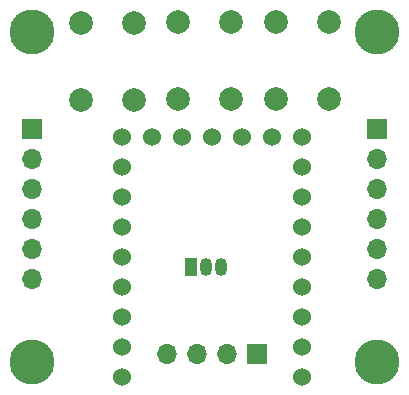
<source format=gbr>
%TF.GenerationSoftware,KiCad,Pcbnew,(6.0.7)*%
%TF.CreationDate,2022-09-06T06:54:50-05:00*%
%TF.ProjectId,OpenMuscle2,4f70656e-4d75-4736-936c-65322e6b6963,rev?*%
%TF.SameCoordinates,Original*%
%TF.FileFunction,Soldermask,Bot*%
%TF.FilePolarity,Negative*%
%FSLAX46Y46*%
G04 Gerber Fmt 4.6, Leading zero omitted, Abs format (unit mm)*
G04 Created by KiCad (PCBNEW (6.0.7)) date 2022-09-06 06:54:50*
%MOMM*%
%LPD*%
G01*
G04 APERTURE LIST*
%ADD10R,1.700000X1.700000*%
%ADD11O,1.700000X1.700000*%
%ADD12C,3.800000*%
%ADD13R,1.050000X1.500000*%
%ADD14O,1.050000X1.500000*%
%ADD15C,2.000000*%
%ADD16C,1.524000*%
G04 APERTURE END LIST*
D10*
%TO.C,J3*%
X194310000Y-102235000D03*
D11*
X191770000Y-102235000D03*
X189230000Y-102235000D03*
X186690000Y-102235000D03*
%TD*%
D12*
%TO.C,H4*%
X204470000Y-102870000D03*
%TD*%
D13*
%TO.C,U1*%
X188722000Y-94848000D03*
D14*
X189992000Y-94848000D03*
X191262000Y-94848000D03*
%TD*%
D12*
%TO.C,H2*%
X175260000Y-74930000D03*
%TD*%
%TO.C,H1*%
X204470000Y-74930000D03*
%TD*%
%TO.C,H3*%
X175260000Y-102870000D03*
%TD*%
D10*
%TO.C,J2*%
X175260000Y-83185000D03*
D11*
X175260000Y-85725000D03*
X175260000Y-88265000D03*
X175260000Y-90805000D03*
X175260000Y-93345000D03*
X175260000Y-95885000D03*
%TD*%
D15*
%TO.C,SW2*%
X187615000Y-80645000D03*
X187615000Y-74145000D03*
X192115000Y-74145000D03*
X192115000Y-80645000D03*
%TD*%
%TO.C,SW3*%
X179360000Y-80720000D03*
X179360000Y-74220000D03*
X183860000Y-80720000D03*
X183860000Y-74220000D03*
%TD*%
%TO.C,SW1*%
X195870000Y-80645000D03*
X195870000Y-74145000D03*
X200370000Y-80645000D03*
X200370000Y-74145000D03*
%TD*%
D10*
%TO.C,J1*%
X204470000Y-83185000D03*
D11*
X204470000Y-85725000D03*
X204470000Y-88265000D03*
X204470000Y-90805000D03*
X204470000Y-93345000D03*
X204470000Y-95885000D03*
%TD*%
D16*
%TO.C,WSRP1*%
X198120000Y-104140000D03*
X198120000Y-101600000D03*
X198120000Y-99060000D03*
X198120000Y-96520000D03*
X198120000Y-93980000D03*
X198120000Y-91440000D03*
X198120000Y-88900000D03*
X198120000Y-86360000D03*
X198120000Y-83820000D03*
X195580000Y-83820000D03*
X193040000Y-83820000D03*
X190500000Y-83820000D03*
X187960000Y-83820000D03*
X185420000Y-83820000D03*
X182880000Y-83820000D03*
X182880000Y-86360000D03*
X182880000Y-88900000D03*
X182880000Y-91440000D03*
X182880000Y-93980000D03*
X182880000Y-96520000D03*
X182880000Y-99060000D03*
X182880000Y-101600000D03*
X182880000Y-104140000D03*
%TD*%
M02*

</source>
